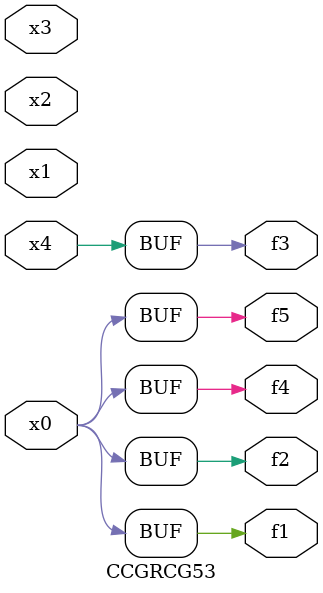
<source format=v>
module CCGRCG53(
	input x0, x1, x2, x3, x4,
	output f1, f2, f3, f4, f5
);
	assign f1 = x0;
	assign f2 = x0;
	assign f3 = x4;
	assign f4 = x0;
	assign f5 = x0;
endmodule

</source>
